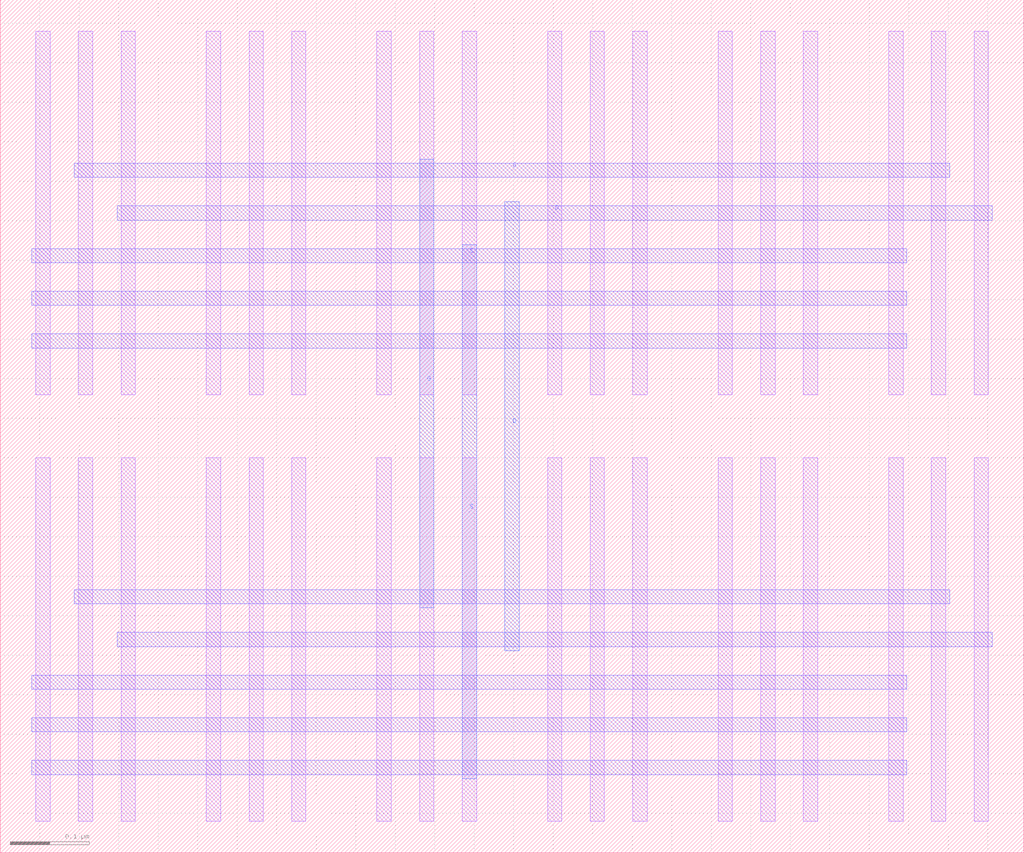
<source format=lef>
MACRO Switch_NMOS_n12_X3_Y2
  ORIGIN 0 0 ;
  FOREIGN Switch_NMOS_n12_X3_Y2 0 0 ;
  SIZE 1.296 BY 1.080 ;
  PIN S
    DIRECTION INOUT ;
    USE SIGNAL ;
    PORT
      LAYER M2 ;
        RECT 0.040 0.099 1.148 0.117 ;
      LAYER M2 ;
        RECT 0.040 0.153 1.148 0.171 ;
      LAYER M2 ;
        RECT 0.040 0.207 1.148 0.225 ;
      LAYER M2 ;
        RECT 0.040 0.639 1.148 0.657 ;
      LAYER M2 ;
        RECT 0.040 0.693 1.148 0.711 ;
      LAYER M2 ;
        RECT 0.040 0.747 1.148 0.765 ;
      LAYER M3 ;
        RECT 0.585 0.094 0.603 0.770 ;
    END
  END S
  PIN D
    DIRECTION INOUT ;
    USE SIGNAL ;
    PORT
      LAYER M2 ;
        RECT 0.148 0.261 1.256 0.279 ;
      LAYER M2 ;
        RECT 0.148 0.801 1.256 0.819 ;
      LAYER M3 ;
        RECT 0.639 0.256 0.657 0.824 ;
    END
  END D
  PIN G
    DIRECTION INOUT ;
    USE SIGNAL ;
    PORT
      LAYER M2 ;
        RECT 0.094 0.315 1.202 0.333 ;
      LAYER M2 ;
        RECT 0.094 0.855 1.202 0.873 ;
      LAYER M3 ;
        RECT 0.531 0.310 0.549 0.878 ;
    END
  END G
  OBS
    LAYER M1 ;
      RECT 0.099 0.040 0.117 0.500 ;
    LAYER M1 ;
      RECT 0.099 0.580 0.117 1.040 ;
    LAYER M1 ;
      RECT 0.315 0.040 0.333 0.500 ;
    LAYER M1 ;
      RECT 0.315 0.580 0.333 1.040 ;
    LAYER M1 ;
      RECT 0.531 0.040 0.549 0.500 ;
    LAYER M1 ;
      RECT 0.531 0.580 0.549 1.040 ;
    LAYER M1 ;
      RECT 0.747 0.040 0.765 0.500 ;
    LAYER M1 ;
      RECT 0.747 0.580 0.765 1.040 ;
    LAYER M1 ;
      RECT 0.963 0.040 0.981 0.500 ;
    LAYER M1 ;
      RECT 0.963 0.580 0.981 1.040 ;
    LAYER M1 ;
      RECT 1.179 0.040 1.197 0.500 ;
    LAYER M1 ;
      RECT 1.179 0.580 1.197 1.040 ;
    LAYER M1 ;
      RECT 0.045 0.040 0.063 0.500 ;
    LAYER M1 ;
      RECT 0.045 0.580 0.063 1.040 ;
    LAYER M1 ;
      RECT 0.261 0.040 0.279 0.500 ;
    LAYER M1 ;
      RECT 0.261 0.580 0.279 1.040 ;
    LAYER M1 ;
      RECT 0.477 0.040 0.495 0.500 ;
    LAYER M1 ;
      RECT 0.477 0.580 0.495 1.040 ;
    LAYER M1 ;
      RECT 0.693 0.040 0.711 0.500 ;
    LAYER M1 ;
      RECT 0.693 0.580 0.711 1.040 ;
    LAYER M1 ;
      RECT 0.909 0.040 0.927 0.500 ;
    LAYER M1 ;
      RECT 0.909 0.580 0.927 1.040 ;
    LAYER M1 ;
      RECT 1.125 0.040 1.143 0.500 ;
    LAYER M1 ;
      RECT 1.125 0.580 1.143 1.040 ;
    LAYER M1 ;
      RECT 0.153 0.040 0.171 0.500 ;
    LAYER M1 ;
      RECT 0.153 0.580 0.171 1.040 ;
    LAYER M1 ;
      RECT 0.369 0.040 0.387 0.500 ;
    LAYER M1 ;
      RECT 0.369 0.580 0.387 1.040 ;
    LAYER M1 ;
      RECT 0.585 0.040 0.603 0.500 ;
    LAYER M1 ;
      RECT 0.585 0.580 0.603 1.040 ;
    LAYER M1 ;
      RECT 0.801 0.040 0.819 0.500 ;
    LAYER M1 ;
      RECT 0.801 0.580 0.819 1.040 ;
    LAYER M1 ;
      RECT 1.017 0.040 1.035 0.500 ;
    LAYER M1 ;
      RECT 1.017 0.580 1.035 1.040 ;
    LAYER M1 ;
      RECT 1.233 0.040 1.251 0.500 ;
    LAYER M1 ;
      RECT 1.233 0.580 1.251 1.040 ;
  END
END Switch_NMOS_n12_X3_Y2
MACRO Switch_PMOS_n12_X1_Y1
  ORIGIN 0 0 ;
  FOREIGN Switch_PMOS_n12_X1_Y1 0 0 ;
  SIZE 0.432 BY 0.540 ;
  PIN S
    DIRECTION INOUT ;
    USE SIGNAL ;
    PORT
      LAYER M2 ;
        RECT 0.040 0.099 0.284 0.117 ;
      LAYER M2 ;
        RECT 0.040 0.153 0.284 0.171 ;
      LAYER M2 ;
        RECT 0.040 0.207 0.284 0.225 ;
      LAYER M3 ;
        RECT 0.153 0.094 0.171 0.446 ;
    END
  END S
  PIN D
    DIRECTION INOUT ;
    USE SIGNAL ;
    PORT
      LAYER M2 ;
        RECT 0.148 0.261 0.392 0.279 ;
      LAYER M3 ;
        RECT 0.207 0.094 0.225 0.446 ;
    END
  END D
  PIN G
    DIRECTION INOUT ;
    USE SIGNAL ;
    PORT
      LAYER M2 ;
        RECT 0.094 0.315 0.338 0.333 ;
      LAYER M3 ;
        RECT 0.099 0.094 0.117 0.446 ;
    END
  END G
  OBS
    LAYER M1 ;
      RECT 0.099 0.040 0.117 0.500 ;
    LAYER M1 ;
      RECT 0.315 0.040 0.333 0.500 ;
    LAYER M1 ;
      RECT 0.045 0.040 0.063 0.500 ;
    LAYER M1 ;
      RECT 0.261 0.040 0.279 0.500 ;
    LAYER M1 ;
      RECT 0.153 0.040 0.171 0.500 ;
    LAYER M1 ;
      RECT 0.369 0.040 0.387 0.500 ;
  END
END Switch_PMOS_n12_X1_Y1
MACRO Switch_PMOS_n12_X3_Y1
  ORIGIN 0 0 ;
  FOREIGN Switch_PMOS_n12_X3_Y1 0 0 ;
  SIZE 1.296 BY 0.540 ;
  PIN S
    DIRECTION INOUT ;
    USE SIGNAL ;
    PORT
      LAYER M2 ;
        RECT 0.040 0.099 1.148 0.117 ;
      LAYER M2 ;
        RECT 0.040 0.153 1.148 0.171 ;
      LAYER M2 ;
        RECT 0.040 0.207 1.148 0.225 ;
      LAYER M3 ;
        RECT 0.585 0.094 0.603 0.446 ;
    END
  END S
  PIN D
    DIRECTION INOUT ;
    USE SIGNAL ;
    PORT
      LAYER M2 ;
        RECT 0.148 0.261 1.256 0.279 ;
      LAYER M3 ;
        RECT 0.639 0.094 0.657 0.446 ;
    END
  END D
  PIN G
    DIRECTION INOUT ;
    USE SIGNAL ;
    PORT
      LAYER M2 ;
        RECT 0.094 0.315 1.202 0.333 ;
      LAYER M3 ;
        RECT 0.531 0.094 0.549 0.446 ;
    END
  END G
  OBS
    LAYER M1 ;
      RECT 0.099 0.040 0.117 0.500 ;
    LAYER M1 ;
      RECT 0.315 0.040 0.333 0.500 ;
    LAYER M1 ;
      RECT 0.531 0.040 0.549 0.500 ;
    LAYER M1 ;
      RECT 0.747 0.040 0.765 0.500 ;
    LAYER M1 ;
      RECT 0.963 0.040 0.981 0.500 ;
    LAYER M1 ;
      RECT 1.179 0.040 1.197 0.500 ;
    LAYER M1 ;
      RECT 0.045 0.040 0.063 0.500 ;
    LAYER M1 ;
      RECT 0.261 0.040 0.279 0.500 ;
    LAYER M1 ;
      RECT 0.477 0.040 0.495 0.500 ;
    LAYER M1 ;
      RECT 0.693 0.040 0.711 0.500 ;
    LAYER M1 ;
      RECT 0.909 0.040 0.927 0.500 ;
    LAYER M1 ;
      RECT 1.125 0.040 1.143 0.500 ;
    LAYER M1 ;
      RECT 0.153 0.040 0.171 0.500 ;
    LAYER M1 ;
      RECT 0.369 0.040 0.387 0.500 ;
    LAYER M1 ;
      RECT 0.585 0.040 0.603 0.500 ;
    LAYER M1 ;
      RECT 0.801 0.040 0.819 0.500 ;
    LAYER M1 ;
      RECT 1.017 0.040 1.035 0.500 ;
    LAYER M1 ;
      RECT 1.233 0.040 1.251 0.500 ;
  END
END Switch_PMOS_n12_X3_Y1

</source>
